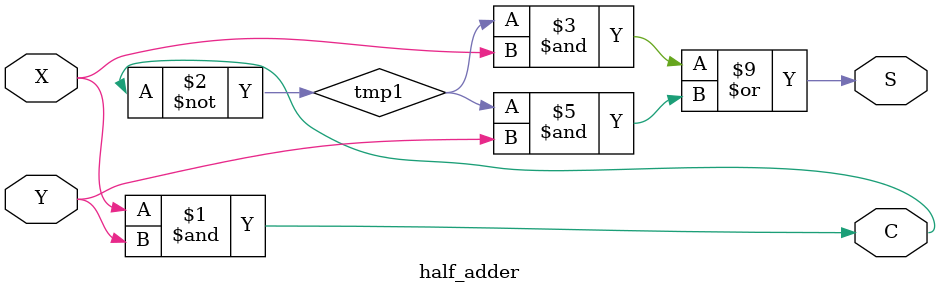
<source format=v>
/*
===================================================================
Project Name    : 半加算器
File Name       : 1_2_1_1.v
Encoding        : UTF-8
Creation Date   : 2021/4/15
===================================================================
*/

module half_adder(X, Y, S, C);

	input X, Y;
	output S, C;

	wire tmp1, tmp2, tmp3;

	nand(tmp1, X, Y);
	nand(tmp2, tmp1, X);
	nand(tmp3, tmp1, Y);
	or(S, ~tmp2, ~tmp3);
	not(C, tmp1);

endmodule

</source>
